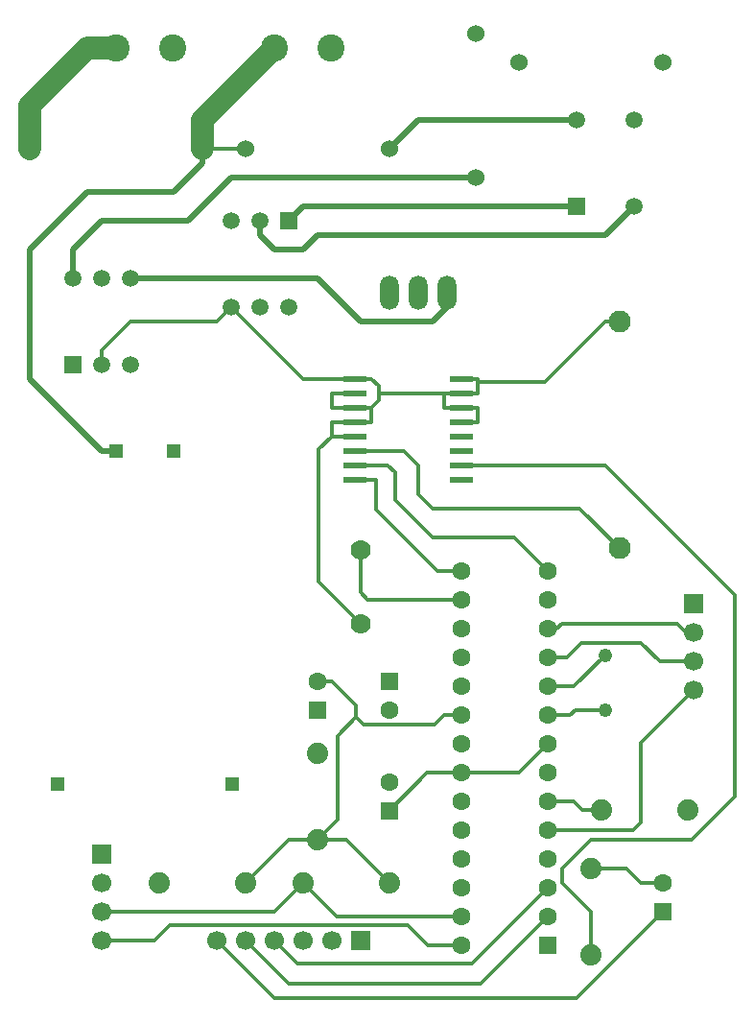
<source format=gbr>
G04 DipTrace 3.3.1.1*
G04 Top.gbr*
%MOIN*%
G04 #@! TF.FileFunction,Copper,L1,Top*
G04 #@! TF.Part,Single*
G04 #@! TA.AperFunction,Conductor*
%ADD13C,0.012992*%
%ADD14C,0.07874*%
%ADD15C,0.019685*%
G04 #@! TA.AperFunction,ComponentPad*
%ADD16C,0.094488*%
%ADD18C,0.07*%
%ADD21C,0.076772*%
%ADD22C,0.062992*%
%ADD23R,0.062992X0.062992*%
%ADD24R,0.066929X0.066929*%
%ADD25C,0.066929*%
%ADD26C,0.07*%
%ADD27R,0.051496X0.051496*%
%ADD28C,0.06*%
%ADD29C,0.06*%
%ADD30C,0.074*%
%ADD31R,0.07874X0.023622*%
G04 #@! TA.AperFunction,ComponentPad*
%ADD32O,0.065X0.12*%
%ADD33R,0.059055X0.059055*%
%ADD34C,0.059055*%
%ADD35C,0.048*%
%FSLAX26Y26*%
G04*
G70*
G90*
G75*
G01*
G04 Top*
%LPD*%
X1650000Y1850000D2*
D13*
X1506102Y1993898D1*
Y2456102D1*
X1550000Y2500000D1*
Y2550000D1*
X1629921D1*
X1688783D1*
Y2600000D1*
X1714768Y2625984D1*
Y2650000D1*
X1941142D1*
Y2600000D1*
X2000000D1*
X1714768Y2650000D2*
Y2674016D1*
X1688783Y2700000D1*
X1629921D1*
X2301240Y1432940D2*
X2201240Y1332940D1*
X2001240D1*
X1629921Y2650000D2*
X1550000D1*
Y2600000D1*
X1629921D1*
X1550000Y2500000D2*
X1629921D1*
X2000000Y2600000D2*
X2058862D1*
Y2550000D1*
X2000000D1*
X1941142Y2650000D2*
X2000000D1*
X2058862D1*
Y2690189D1*
Y2700000D1*
X2000000D1*
X1200000Y2950000D2*
X1150000Y2900000D1*
X850000D1*
X750000Y2800000D1*
Y2750000D1*
X1629921Y2700000D2*
X1450000D1*
X1200000Y2950000D1*
X2001240Y1332940D2*
X1882940D1*
X1750000Y1200000D1*
X1629921Y2600000D2*
X1688783D1*
X2550000Y2900000D2*
X2500000D1*
X2290189Y2690189D1*
X2058862D1*
X2500000Y1550000D2*
X2396543D1*
X2379483Y1532940D1*
X2301240D1*
X2500000Y1740000D2*
X2392940Y1632940D1*
X2301240D1*
X1250000Y950000D2*
X1400000Y1100000D1*
X1500000D1*
X1569992Y1169992D1*
Y1459528D1*
X1635465Y1525000D1*
X1661449Y1499016D1*
X1907312D1*
X1941236Y1532940D1*
X2001240D1*
X1500000Y1100000D2*
X1600000D1*
X1750000Y950000D1*
X1500000Y1650000D2*
X1550000D1*
X1635465Y1564535D1*
Y1525000D1*
X2000000Y2400000D2*
X2500000D1*
X2950000Y1950000D1*
Y1250000D1*
X2800000Y1100000D1*
X2450000D1*
X2350000Y1000000D1*
Y950000D1*
X2450000Y850000D1*
Y700000D1*
Y1000000D2*
X2573346D1*
X2623346Y950000D1*
X2700000D1*
X750000Y850000D2*
X1350000D1*
X1450000Y950000D1*
X1567060Y832940D1*
X2001240D1*
Y732940D2*
X1884588D1*
X1814575Y802953D1*
X987472D1*
X934520Y750000D1*
X750000D1*
X2807860Y1619060D2*
X2624335Y1435535D1*
Y1158924D1*
X2598350Y1132940D1*
X2301240D1*
X1629921Y2450000D2*
X1800000D1*
X1850000Y2400000D1*
Y2300000D1*
X1900000Y2250000D1*
X2412598D1*
X2550000Y2112598D1*
X2807860Y1719060D2*
X2690948D1*
X2626520Y1783488D1*
X2418793D1*
X2368244Y1732940D1*
X2301240D1*
X2807860Y1819060D2*
X2780940D1*
X2750000Y1850000D1*
X2350000D1*
X2332940Y1832940D1*
X2301240D1*
X800000Y3850000D2*
D14*
X700000D1*
X500000Y3650000D1*
Y3500000D1*
X1750000D2*
D15*
X1850000Y3600000D1*
X2400000D1*
Y3300000D2*
X1450000D1*
X1400000Y3250000D1*
X2600000Y3300000D2*
X2500000Y3200000D1*
X1500000D1*
X1450000Y3150000D1*
X1350000D1*
X1300000Y3200000D1*
Y3250000D1*
X2050000Y3400000D2*
X1200000D1*
X1050000Y3250000D1*
X750000D1*
X650000Y3150000D1*
Y3050000D1*
X2301240Y1232940D2*
D13*
X2391709D1*
X2422949Y1201699D1*
X2489801D1*
X850000Y3050000D2*
D15*
X1500000D1*
X1650000Y2900000D1*
X1900000D1*
X1950000Y2950000D1*
Y3000000D1*
X1629921Y2400000D2*
D13*
X1746071D1*
X1772059Y2374012D1*
Y2277941D1*
X1900000Y2150000D1*
X2184180D1*
X2301240Y2032940D1*
X1629921Y2350000D2*
X1704488D1*
Y2245512D1*
X1917060Y2032940D1*
X2001240D1*
Y1932940D2*
X1675984D1*
X1650000Y1958924D1*
Y2105906D1*
X1150000Y750000D2*
X1350000Y550000D1*
X2400000D1*
X2700000Y850000D1*
X1250000Y750000D2*
X1400000Y600000D1*
X2068301D1*
X2301240Y832940D1*
X1350000Y750000D2*
X1430500Y669500D1*
X2037801D1*
X2301240Y932940D1*
X1100000Y3500000D2*
D14*
Y3600000D1*
X1350000Y3850000D1*
X1250000Y3500000D2*
D13*
X1100000D1*
D15*
Y3450000D1*
X1000000Y3350000D1*
X700000D1*
X500000Y3150000D1*
Y2700000D1*
X750000Y2450000D1*
X803150D1*
D16*
X800000Y3850000D3*
X996850D3*
X1350000D3*
X1546850D3*
D18*
X1650000Y1850000D3*
Y2105906D3*
D21*
X2550000Y2900000D3*
Y2112598D3*
D22*
X2700000Y950000D3*
D23*
Y850000D3*
D22*
X1500000Y1650000D3*
D23*
Y1550000D3*
D22*
X1750000Y1300000D3*
D23*
Y1200000D3*
D22*
Y1550000D3*
D23*
Y1650000D3*
D24*
X750000Y1050000D3*
D25*
Y950000D3*
Y850000D3*
Y750000D3*
D24*
X2807860Y1919060D3*
D25*
Y1819060D3*
Y1719060D3*
Y1619060D3*
D26*
X500000Y3500000D3*
D18*
X1100000D3*
D27*
X1000000Y2450000D3*
X803150D3*
X1204724Y1292520D3*
X598425D3*
D24*
X1650000Y750000D3*
D25*
X1550000D3*
X1450000D3*
X1350000D3*
X1250000D3*
X1150000D3*
D28*
X1750000Y3500000D3*
D29*
X1250000D3*
D30*
X2450000Y700000D3*
Y1000000D3*
X1450000Y950000D3*
X1750000D3*
X950000D3*
X1250000D3*
X2489801Y1201699D3*
X2789801D3*
D28*
X2700000Y3800000D3*
D29*
X2200000D3*
D28*
X2050000Y3900000D3*
D29*
Y3400000D3*
D30*
X1500000Y1100000D3*
Y1400000D3*
D31*
X2000000Y2350000D3*
Y2400000D3*
Y2450000D3*
Y2500000D3*
Y2550000D3*
Y2600000D3*
Y2650000D3*
Y2700000D3*
X1629921D3*
Y2650000D3*
Y2600000D3*
Y2550000D3*
Y2500000D3*
Y2450000D3*
Y2400000D3*
Y2350000D3*
D23*
X2301240Y732940D3*
D22*
Y832940D3*
Y932940D3*
Y1032940D3*
Y1132940D3*
Y1232940D3*
Y1332940D3*
Y1432940D3*
Y1532940D3*
Y1632940D3*
Y1732940D3*
Y1832940D3*
Y1932940D3*
Y2032940D3*
X2001240D3*
Y1932940D3*
Y1832940D3*
Y1732940D3*
Y1632940D3*
Y1532940D3*
Y1432940D3*
Y1332940D3*
Y1232940D3*
Y1132940D3*
Y1032940D3*
Y932940D3*
Y832940D3*
Y732940D3*
D32*
X1750000Y3000000D3*
X1850000D3*
X1950000D3*
D33*
X650000Y2750000D3*
D34*
X750000D3*
X850000D3*
Y3050000D3*
X750000D3*
X650000D3*
D33*
X1400000Y3250000D3*
D34*
X1300000D3*
X1200000D3*
Y2950000D3*
X1300000D3*
X1400000D3*
D35*
X2500000Y1550000D3*
Y1740000D3*
D33*
X2400000Y3300000D3*
D34*
X2600000D3*
Y3600000D3*
X2400000D3*
M02*

</source>
